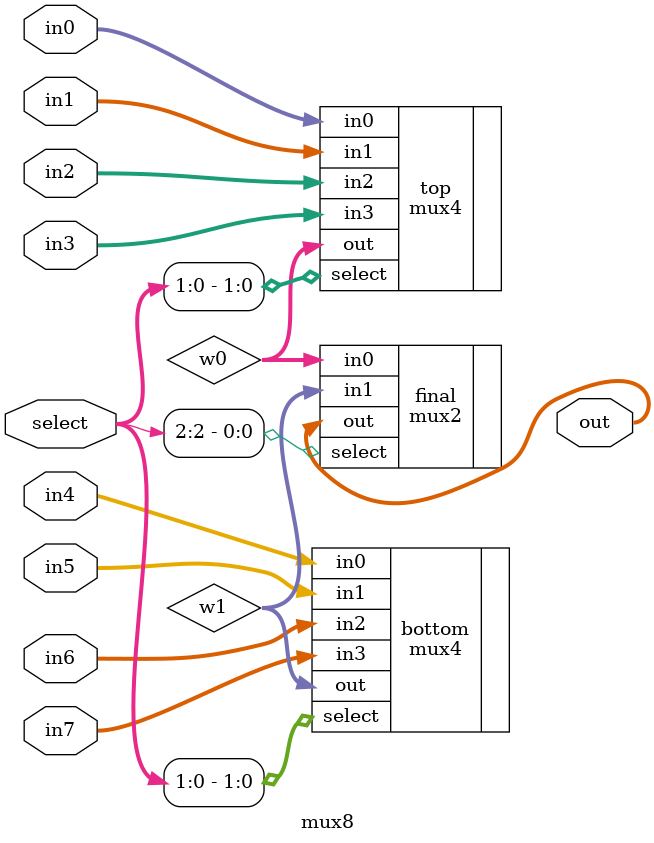
<source format=v>

module mux8(in0,in1,in2,in3,in4,in5,in6,in7,select,out);
	input[2:0] select;
	input[31:0] in0,in1,in2,in3,in4,in5,in6,in7;
	output[31:0] out;

	wire[31:0] w0,w1;

	mux4 top(.in0(in0),.in1(in1),.in2(in2),.in3(in3),.select(select[1:0]),.out(w0));
	mux4 bottom(.in0(in4),.in1(in5),.in2(in6),.in3(in7),.select(select[1:0]),.out(w1));
	mux2 final(.in0(w0),.in1(w1),.select(select[2]),.out(out));

endmodule
</source>
